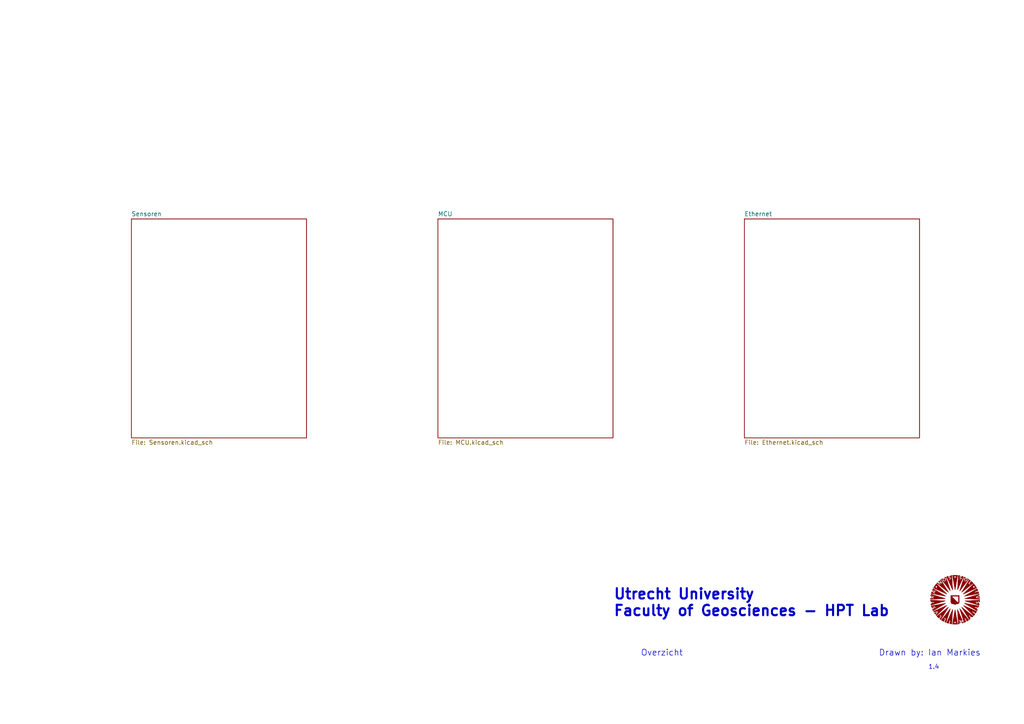
<source format=kicad_sch>
(kicad_sch (version 20211123) (generator eeschema)
  (paper "A4")
  (lib_symbols
    (symbol "HPT:LOGO" (pin_names (offset 1.016)))
  )
  (text "Overzicht" (at 198.12 190.5 180) (effects (font (size 1.75 1.75)) (justify right bottom)))
  (text "1.4" (at 269.24 194.31 0) (effects (font (size 1.27 1.27)) (justify left bottom)))
  (text "Utrecht University\nFaculty of Geosciences - HPT Lab" (at 177.8 179.07 0) (effects (font (size 3 3) (thickness 0.6) bold) (justify left bottom)))
  (text "Drawn by: Ian Markies" (at 284.48 190.5 180) (effects (font (size 1.75 1.75)) (justify right bottom)))
  (symbol (lib_id "HPT:LOGO") (at 276.86 173.99 0) (unit 1)
    (property "Reference" "#G1" (effects hide))
    (property "Value" "LOGO" (effects hide))
  )
  (sheet (at 127 63.5) (size 50.8 63.5) (stroke (width 0.1524))
    (property "Sheet name" "MCU" (at 127 62.7884 0) (effects (justify left bottom)))
    (property "Sheet file" "MCU.kicad_sch" (at 127 127.5846 0) (effects (justify left top)))
  )
  (sheet (at 215.9 63.5) (size 50.8 63.5) (stroke (width 0.1524))
    (property "Sheet name" "Ethernet" (at 215.9 62.7884 0) (effects (justify left bottom)))
    (property "Sheet file" "Ethernet.kicad_sch" (at 215.9 127.5846 0) (effects (justify left top)))
  )
  (sheet (at 38.1 63.5) (size 50.8 63.5) (stroke (width 0.1524))
    (property "Sheet name" "Sensoren" (at 38.1 62.7884 0) (effects (justify left bottom)))
    (property "Sheet file" "Sensoren.kicad_sch" (at 38.1 127.5846 0) (effects (justify left top)))
  )
)
</source>
